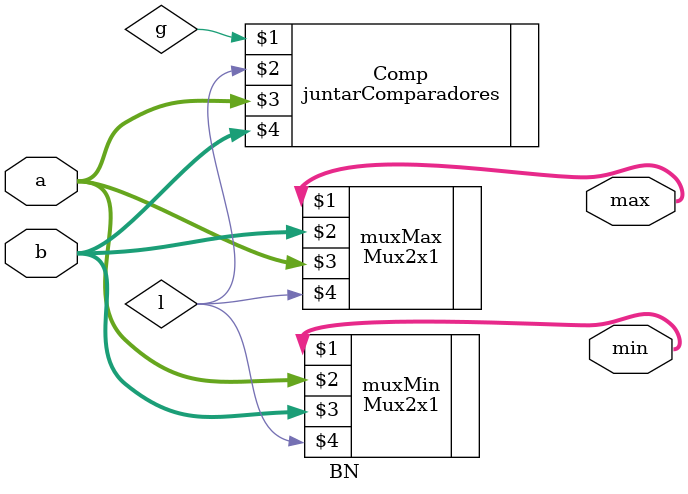
<source format=v>

`timescale 1 ns/100 ps

module BN #(parameter Size = 8) (output [Size-1:0] max, min, input [Size-1:0] a, b);
	wire g, l;
	juntarComparadores #(Size) Comp (g, l, a, b);
	Mux2x1 #(Size) muxMax (max, b, a, l);
	Mux2x1 #(Size) muxMin (min, a, b, l);
endmodule
</source>
